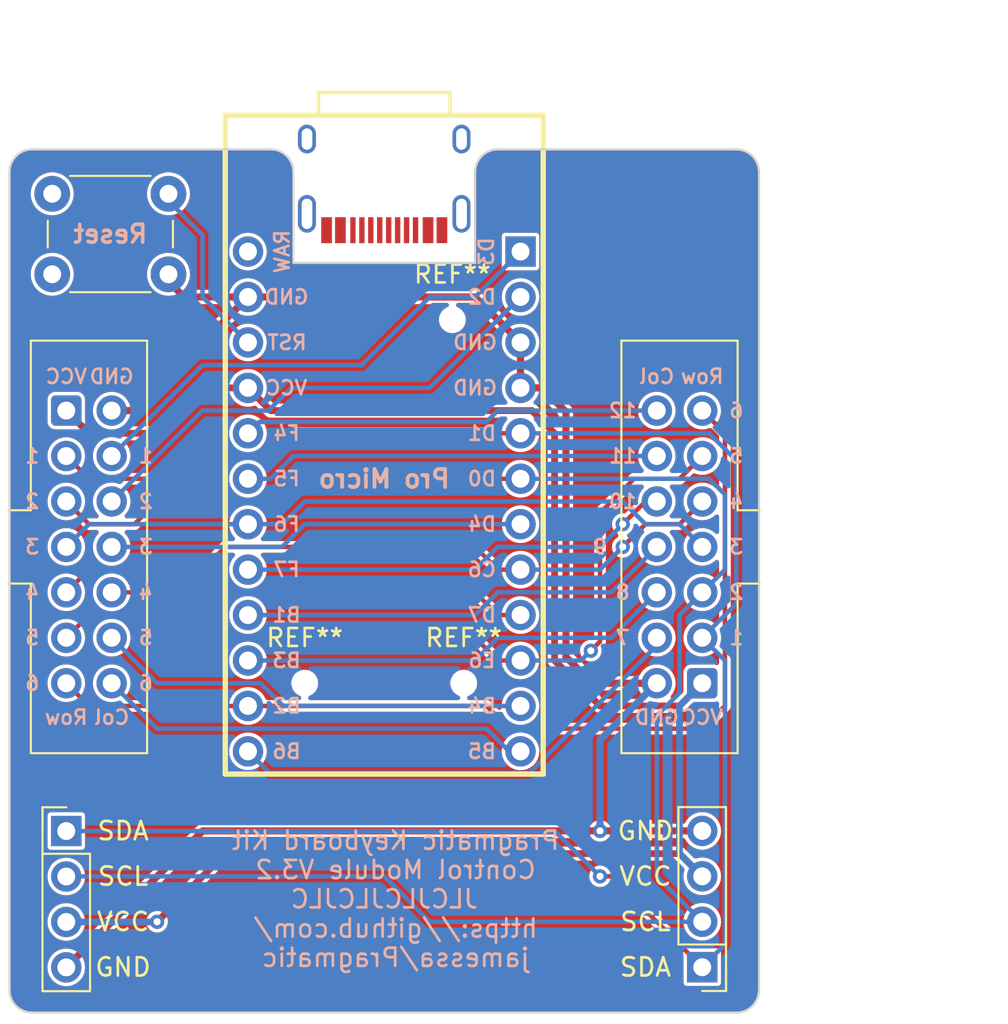
<source format=kicad_pcb>
(kicad_pcb (version 20211014) (generator pcbnew)
  (title_block (title "Pragmatic Kit - Control Module") (date "2022-06-23") (rev "V3.2.2") (company "James Sa") (comment 1 "3.2 Reverse Pro Micro") (comment 2 "3.2.1 fix screen.") (comment 3 "3.2.2 fix Type C footprint."))
  (layers (0 "F.Cu" signal) (31 "B.Cu" signal) (34 "B.Paste" user) (35 "F.Paste" user) (36 "B.SilkS" user "B.Silkscreen") (37 "F.SilkS" user "F.Silkscreen") (38 "B.Mask" user) (39 "F.Mask" user) (44 "Edge.Cuts" user))
  (net 0 "")
  (net 1 "Row1")
  (net 2 "Col1")
  (net 3 "VCC")
  (net 4 "Col9")
  (net 5 "Col8")
  (net 6 "Col7")
  (net 7 "Row3")
  (net 8 "Row5")
  (net 9 "Row6")
  (net 10 "Row4")
  (net 11 "Col6")
  (net 12 "Col5")
  (net 13 "Col4")
  (net 14 "Col3")
  (net 15 "Col2")
  (net 16 "Row2")
  (net 17 "Reset")
  (net 18 "Col12")
  (net 19 "Col11")
  (net 20 "Col10")
  (net 21 "GND")
  (footprint "Connector_IDC:IDC-Header_2x07_P2.54mm_Vertical" (layer "F.Cu") (at 121.92 62.23)
    (fp_text reference "J1")
    (fp_text value "L" hide)
  )
  (footprint "Connector_IDC:IDC-Header_2x07_P2.54mm_Vertical" (layer "F.Cu") (at 157.48 77.47 180)
    (fp_text reference "J2")
    (fp_text value "R" hide)
  )
  (footprint "Button_Switch_THT:SW_PUSH_6mm" (layer "F.Cu") (at 121.135 50.11)
    (fp_text reference "SW1" hide)
    (fp_text value "SW_Push")
  )
  (footprint "keyboards:OSHW-Logo2_7.3x6mm_Copper" (layer "F.Cu") (at 154.94 52.07)
    (fp_text reference "Logo1" hide)
    (fp_text value "OSHW-Logo2_7.3x6mm_Copper" hide)
  )
  (footprint "Keyboard_JSA:JLC Legend" (layer "F.Cu") (at 139.7 89.545)
    (fp_text reference "L1" hide)
    (fp_text value "JLC Legend" hide)
  )
  (footprint "Keyboard_JSA:SSD1306_OLED-0.91-128x32" (layer "F.Cu") (at 121.92 85.735)
    (fp_text reference "J3" hide)
    (fp_text value "OLED")
  )
  (footprint "Keyboard_JSA:peek hole" (layer "F.Cu") (at 144.145 77.47)
    (fp_text reference "REF**")
    (fp_text value "peek hole")
  )
  (footprint "Keyboard_JSA:peek hole" (layer "F.Cu") (at 143.51 57.15)
    (fp_text reference "REF**")
    (fp_text value "peek hole")
  )
  (footprint "Keyboard_Keebio-Parts:HRO-TYPE-C-31-M-12-Assembly" (layer "F.Cu") (at 139.7 44.45 180)
    (fp_text reference "REF**" hide)
    (fp_text value "HRO-TYPE-C-31-M-12-Assembly")
  )
  (footprint "Keyboard_JSA:SSD1306_OLED-0.91-128x32" (layer "F.Cu") (at 157.48 93.345 180)
    (fp_text reference "J4" hide)
    (fp_text value "OLED")
  )
  (footprint "Keyboard_JSA:peek hole" (layer "F.Cu") (at 135.255 77.47)
    (fp_text reference "REF**")
    (fp_text value "peek hole")
  )
  (footprint "Symbol:KiCad-Logo_5mm_Copper" (layer "B.Cu") (at 153.035 53.975 145)
    (fp_text reference "REF**" hide)
    (fp_text value "KiCad-Logo_5mm_Copper" hide)
  )
  (footprint "Keyboard_JSA:ProMicro Type C Reversed" (layer "B.Cu") (at 139.7 66.04 180)
    (fp_text reference "U1" hide)
    (fp_text value "ProMicro" hide)
  )
  (gr_line (start 159.385 95.885) (end 120.015 95.885) (layer "Edge.Cuts") (width 0.12))
  (gr_line (start 118.745 94.615) (end 118.745 48.895) (layer "Edge.Cuts") (width 0.12))
  (gr_arc (start 144.78 48.895) (mid 145.151974 47.996974) (end 146.05 47.625) (layer "Edge.Cuts") (width 0.12))
  (gr_arc (start 159.385 47.625) (mid 160.283026 47.996974) (end 160.655 48.895) (layer "Edge.Cuts") (width 0.12))
  (gr_arc (start 120.015 95.885) (mid 119.116974 95.513026) (end 118.745 94.615) (layer "Edge.Cuts") (width 0.12))
  (gr_line (start 144.78 48.895) (end 144.78 53.975) (layer "Edge.Cuts") (width 0.12))
  (gr_arc (start 160.655 94.615) (mid 160.283026 95.513026) (end 159.385 95.885) (layer "Edge.Cuts") (width 0.12))
  (gr_arc (start 118.745 48.895) (mid 119.116974 47.996974) (end 120.015 47.625) (layer "Edge.Cuts") (width 0.12))
  (gr_line (start 134.62 53.975) (end 134.62 48.895) (layer "Edge.Cuts") (width 0.12))
  (gr_line (start 144.78 53.975) (end 134.62 53.975) (layer "Edge.Cuts") (width 0.12))
  (gr_line (start 146.05 47.625) (end 159.385 47.625) (layer "Edge.Cuts") (width 0.12))
  (gr_line (start 160.655 48.895) (end 160.655 94.615) (layer "Edge.Cuts") (width 0.12))
  (gr_arc (start 133.35 47.625) (mid 134.248026 47.996974) (end 134.62 48.895) (layer "Edge.Cuts") (width 0.12))
  (gr_line (start 133.35 47.625) (end 120.015 47.625) (layer "Edge.Cuts") (width 0.12))
  (gr_text "10" (at 153.035 67.31) (layer "B.SilkS") (effects (font (size 0.8 0.8)) (justify mirror)))
  (gr_text "6" (at 126.365 77.47) (layer "B.SilkS") (effects (font (size 0.8 0.8)) (justify mirror)))
  (gr_text "4" (at 120.015 72.39) (layer "B.SilkS") (effects (font (size 0.8 0.8)) (justify mirror)))
  (gr_text "Col" (at 154.94 60.325) (layer "B.SilkS") (effects (font (size 0.8 0.8)) (justify mirror)))
  (gr_text "1" (at 159.385 74.93) (layer "B.SilkS") (effects (font (size 0.8 0.8)) (justify mirror)))
  (gr_text "3" (at 120.015 69.85) (layer "B.SilkS") (effects (font (size 0.8 0.8)) (justify mirror)))
  (gr_text "GND" (at 124.46 60.325) (layer "B.SilkS") (effects (font (size 0.8 0.8)) (justify mirror)))
  (gr_text "6" (at 159.385 62.23) (layer "B.SilkS") (effects (font (size 0.8 0.8)) (justify mirror)))
  (gr_text "12" (at 153.035 62.23) (layer "B.SilkS") (effects (font (size 0.8 0.8)) (justify mirror)))
  (gr_text "Row" (at 157.48 60.325) (layer "B.SilkS") (effects (font (size 0.8 0.8)) (justify mirror)))
  (gr_text "5" (at 159.385 64.77) (layer "B.SilkS") (effects (font (size 0.8 0.8)) (justify mirror)))
  (gr_text "3" (at 159.385 69.85) (layer "B.SilkS") (effects (font (size 0.8 0.8)) (justify mirror)))
  (gr_text "2" (at 120.015 67.31) (layer "B.SilkS") (effects (font (size 0.8 0.8)) (justify mirror)))
  (gr_text "VCC" (at 121.92 60.325) (layer "B.SilkS") (effects (font (size 0.8 0.8)) (justify mirror)))
  (gr_text "8" (at 153.035 72.39) (layer "B.SilkS") (effects (font (size 0.8 0.8)) (justify mirror)))
  (gr_text "5" (at 120.015 74.93) (layer "B.SilkS") (effects (font (size 0.8 0.8)) (justify mirror)))
  (gr_text "5" (at 126.365 74.93) (layer "B.SilkS") (effects (font (size 0.8 0.8)) (justify mirror)))
  (gr_text "11" (at 153.035 64.77) (layer "B.SilkS") (effects (font (size 0.8 0.8)) (justify mirror)))
  (gr_text "2" (at 126.365 67.31) (layer "B.SilkS") (effects (font (size 0.8 0.8)) (justify mirror)))
  (gr_text "9" (at 151.765 69.85) (layer "B.SilkS") (effects (font (size 0.8 0.8)) (justify mirror)))
  (gr_text "3" (at 126.365 69.85) (layer "B.SilkS") (effects (font (size 0.8 0.8)) (justify mirror)))
  (gr_text "6" (at 120.015 77.47) (layer "B.SilkS") (effects (font (size 0.8 0.8)) (justify mirror)))
  (gr_text "Pragmatic Keyboard Kit\nControl Module V3.2\n\nhttps://github.com/\njamessa/Pragmatic" (at 140.335 89.535) (layer "B.SilkS") (effects (font (size 1.016 1.016) (thickness 0.1524)) (justify mirror)))
  (gr_text "VCC" (at 157.48 79.375) (layer "B.SilkS") (effects (font (size 0.8 0.8)) (justify mirror)))
  (gr_text "1" (at 120.015 64.77) (layer "B.SilkS") (effects (font (size 0.8 0.8)) (justify mirror)))
  (gr_text "2" (at 159.385 72.39) (layer "B.SilkS") (effects (font (size 0.8 0.8)) (justify mirror)))
  (gr_text "1" (at 126.365 64.77) (layer "B.SilkS") (effects (font (size 0.8 0.8)) (justify mirror)))
  (gr_text "4" (at 126.365 72.39) (layer "B.SilkS") (effects (font (size 0.8 0.8)) (justify mirror)))
  (gr_text "4" (at 159.385 67.31) (layer "B.SilkS") (effects (font (size 0.8 0.8)) (justify mirror)))
  (gr_text "Col" (at 124.46 79.375) (layer "B.SilkS") (effects (font (size 0.8 0.8)) (justify mirror)))
  (gr_text "GND" (at 154.94 79.375) (layer "B.SilkS") (effects (font (size 0.8 0.8)) (justify mirror)))
  (gr_text "7" (at 153.035 74.93) (layer "B.SilkS") (effects (font (size 0.8 0.8)) (justify mirror)))
  (gr_text "Row" (at 121.92 79.375) (layer "B.SilkS") (effects (font (size 0.8 0.8)) (justify mirror)))
  (gr_text "GND" (at 154.305 85.725) (layer "F.SilkS") (effects (font (size 1.016 1.016) (thickness 0.1524))))
  (gr_text "SDA" (at 125.095 85.725) (layer "F.SilkS") (effects (font (size 1.016 1.016) (thickness 0.1524))))
  (gr_text "VCC" (at 125.095 90.805) (layer "F.SilkS") (effects (font (size 1.016 1.016) (thickness 0.1524))))
  (gr_text "SCL" (at 125.095 88.265) (layer "F.SilkS") (effects (font (size 1.016 1.016) (thickness 0.1524))))
  (gr_text "SCL" (at 154.305 90.805) (layer "F.SilkS") (effects (font (size 1.016 1.016) (thickness 0.1524))))
  (gr_text "VCC" (at 154.305 88.265) (layer "F.SilkS") (effects (font (size 1.016 1.016) (thickness 0.1524))))
  (gr_text "GND" (at 125.095 93.345) (layer "F.SilkS") (effects (font (size 1.016 1.016) (thickness 0.1524))))
  (gr_text "SDA" (at 154.305 93.345) (layer "F.SilkS") (effects (font (size 1.016 1.016) (thickness 0.1524))))
  (segment (start 152.4 88.265) (end 151.765 88.265) (width 0.25) (layer "F.Cu") (net 1))
  (segment (start 123.19 66.04) (end 121.92 64.77) (width 0.25) (layer "F.Cu") (net 1))
  (segment (start 133.35 64.77) (end 128.27 64.77) (width 0.25) (layer "F.Cu") (net 1))
  (segment (start 128.27 64.77) (end 127 66.04) (width 0.25) (layer "F.Cu") (net 1))
  (segment (start 147.32 63.5) (end 134.62 63.5) (width 0.25) (layer "F.Cu") (net 1))
  (segment (start 157.48 93.345) (end 152.4 88.265) (width 0.25) (layer "F.Cu") (net 1))
  (segment (start 127 66.04) (end 123.19 66.04) (width 0.25) (layer "F.Cu") (net 1))
  (segment (start 134.62 63.5) (end 133.35 64.77) (width 0.25) (layer "F.Cu") (net 1))
  (via (at 151.765 88.265) (size 0.8) (drill 0.4) (layers "F.Cu" "B.Cu") (net 1))
  (segment (start 147.32 63.5) (end 157.87101 63.5) (width 0.25) (layer "B.Cu") (net 1))
  (segment (start 158.75 76.2) (end 158.75 92.075) (width 0.25) (layer "B.Cu") (net 1))
  (segment (start 158.75 92.075) (end 157.48 93.345) (width 0.25) (layer "B.Cu") (net 1))
  (segment (start 159.385 73.025) (end 157.48 74.93) (width 0.25) (layer "B.Cu") (net 1))
  (segment (start 121.92 85.735) (end 149.235 85.735) (width 0.25) (layer "B.Cu") (net 1))
  (segment (start 157.87101 63.5) (end 159.385 65.01399) (width 0.25) (layer "B.Cu") (net 1))
  (segment (start 157.48 74.93) (end 158.75 76.2) (width 0.25) (layer "B.Cu") (net 1))
  (segment (start 149.235 85.735) (end 151.765 88.265) (width 0.25) (layer "B.Cu") (net 1))
  (segment (start 159.385 65.01399) (end 159.385 73.025) (width 0.25) (layer "B.Cu") (net 1))
  (segment (start 144.78 55.88) (end 142.24 55.88) (width 0.25) (layer "B.Cu") (net 2))
  (segment (start 147.32 53.34) (end 144.78 55.88) (width 0.25) (layer "B.Cu") (net 2))
  (segment (start 138.43 59.69) (end 129.54 59.69) (width 0.25) (layer "B.Cu") (net 2))
  (segment (start 129.54 59.69) (end 124.46 64.77) (width 0.25) (layer "B.Cu") (net 2))
  (segment (start 142.24 55.88) (end 138.43 59.69) (width 0.25) (layer "B.Cu") (net 2))
  (segment (start 123.19 63.5) (end 127 63.5) (width 0.381) (layer "F.Cu") (net 3))
  (segment (start 151.765 78.74) (end 156.21 78.74) (width 0.381) (layer "F.Cu") (net 3))
  (segment (start 149.225 76.2) (end 151.765 78.74) (width 0.381) (layer "F.Cu") (net 3))
  (segment (start 133.35 62.23) (end 147.955 62.23) (width 0.381) (layer "F.Cu") (net 3))
  (segment (start 157.48 88.265) (end 156.21 86.995) (width 0.381) (layer "F.Cu") (net 3))
  (segment (start 130.81 86.995) (end 127 90.805) (width 0.381) (layer "F.Cu") (net 3))
  (segment (start 132.08 60.96) (end 133.35 62.23) (width 0.381) (layer "F.Cu") (net 3))
  (segment (start 129.54 60.96) (end 132.08 60.96) (width 0.381) (layer "F.Cu") (net 3))
  (segment (start 127 63.5) (end 129.54 60.96) (width 0.381) (layer "F.Cu") (net 3))
  (segment (start 156.21 78.74) (end 157.48 77.47) (width 0.381) (layer "F.Cu") (net 3))
  (segment (start 149.225 63.5) (end 149.225 76.2) (width 0.381) (layer "F.Cu") (net 3))
  (segment (start 121.92 62.23) (end 123.19 63.5) (width 0.381) (layer "F.Cu") (net 3))
  (segment (start 147.955 62.23) (end 149.225 63.5) (width 0.381) (layer "F.Cu") (net 3))
  (segment (start 156.21 86.995) (end 130.81 86.995) (width 0.381) (layer "F.Cu") (net 3))
  (via (at 127 90.805) (size 0.8) (drill 0.4) (layers "F.Cu" "B.Cu") (net 3))
  (segment (start 121.92 90.815) (end 126.99 90.815) (width 0.381) (layer "B.Cu") (net 3))
  (segment (start 126.99 90.815) (end 127 90.805) (width 0.381) (layer "B.Cu") (net 3))
  (segment (start 157.48 77.47) (end 156.21 78.74) (width 0.381) (layer "B.Cu") (net 3))
  (segment (start 156.21 86.995) (end 157.48 88.265) (width 0.381) (layer "B.Cu") (net 3))
  (segment (start 156.21 78.74) (end 156.21 86.995) (width 0.381) (layer "B.Cu") (net 3))
  (segment (start 144.78 73.66) (end 132.08 73.66) (width 0.25) (layer "B.Cu") (net 4))
  (segment (start 146.05 72.39) (end 144.78 73.66) (width 0.25) (layer "B.Cu") (net 4))
  (segment (start 152.4 72.39) (end 146.05 72.39) (width 0.25) (layer "B.Cu") (net 4))
  (segment (start 154.94 69.85) (end 152.4 72.39) (width 0.25) (layer "B.Cu") (net 4))
  (segment (start 132.08 76.2) (end 144.78 76.2) (width 0.25) (layer "B.Cu") (net 5))
  (segment (start 144.78 76.2) (end 146.05 74.93) (width 0.25) (layer "B.Cu") (net 5))
  (segment (start 152.4 74.93) (end 154.94 72.39) (width 0.25) (layer "B.Cu") (net 5))
  (segment (start 146.05 74.93) (end 152.4 74.93) (width 0.25) (layer "B.Cu") (net 5))
  (segment (start 133.280811 82.480811) (end 147.817393 82.480811) (width 0.25) (layer "B.Cu") (net 6))
  (segment (start 154.94 75.358204) (end 154.94 74.93) (width 0.25) (layer "B.Cu") (net 6))
  (segment (start 132.08 81.28) (end 133.280811 82.480811) (width 0.25) (layer "B.Cu") (net 6))
  (segment (start 147.817393 82.480811) (end 154.94 75.358204) (width 0.25) (layer "B.Cu") (net 6))
  (segment (start 132.08 68.58) (end 123.19 68.58) (width 0.25) (layer "B.Cu") (net 7))
  (segment (start 156.21 68.58) (end 157.48 69.85) (width 0.25) (layer "B.Cu") (net 7))
  (segment (start 154.305 68.58) (end 156.21 68.58) (width 0.25) (layer "B.Cu") (net 7))
  (segment (start 133.985 68.58) (end 135.255 67.31) (width 0.25) (layer "B.Cu") (net 7))
  (segment (start 123.19 68.58) (end 121.92 69.85) (width 0.25) (layer "B.Cu") (net 7))
  (segment (start 153.035 67.31) (end 154.305 68.58) (width 0.25) (layer "B.Cu") (net 7))
  (segment (start 132.08 68.58) (end 133.985 68.58) (width 0.25) (layer "B.Cu") (net 7))
  (segment (start 135.255 67.31) (end 153.035 67.31) (width 0.25) (layer "B.Cu") (net 7))
  (segment (start 153.67 66.04) (end 151.765 67.945) (width 0.25) (layer "F.Cu") (net 8))
  (segment (start 146.05 76.2) (end 144.78 74.93) (width 0.25) (layer "F.Cu") (net 8))
  (segment (start 125.827753 73.66) (end 123.19 73.66) (width 0.25) (layer "F.Cu") (net 8))
  (segment (start 157.48 64.77) (end 156.21 66.04) (width 0.25) (layer "F.Cu") (net 8))
  (segment (start 151.765 67.945) (end 151.765 75.139011) (width 0.25) (layer "F.Cu") (net 8))
  (segment (start 147.32 76.2) (end 146.05 76.2) (width 0.25) (layer "F.Cu") (net 8))
  (segment (start 156.21 66.04) (end 153.67 66.04) (width 0.25) (layer "F.Cu") (net 8))
  (segment (start 151.765 75.139011) (end 151.249511 75.6545) (width 0.25) (layer "F.Cu") (net 8))
  (segment (start 127.097753 74.93) (end 125.827753 73.66) (width 0.25) (layer "F.Cu") (net 8))
  (segment (start 123.19 73.66) (end 121.92 74.93) (width 0.25) (layer "F.Cu") (net 8))
  (segment (start 144.78 74.93) (end 127.097753 74.93) (width 0.25) (layer "F.Cu") (net 8))
  (via (at 151.249511 75.6545) (size 0.8) (drill 0.4) (layers "F.Cu" "B.Cu") (net 8))
  (segment (start 147.32 76.2) (end 150.704011 76.2) (width 0.25) (layer "B.Cu") (net 8))
  (segment (start 150.704011 76.2) (end 151.249511 75.6545) (width 0.25) (layer "B.Cu") (net 8))
  (segment (start 157.48 80.01) (end 158.75 78.74) (width 0.25) (layer "F.Cu") (net 9))
  (segment (start 132.08 78.74) (end 145.415 78.74) (width 0.25) (layer "F.Cu") (net 9))
  (segment (start 146.685 80.01) (end 157.48 80.01) (width 0.25) (layer "F.Cu") (net 9))
  (segment (start 145.415 78.74) (end 146.685 80.01) (width 0.25) (layer "F.Cu") (net 9))
  (segment (start 158.75 78.74) (end 158.75 63.5) (width 0.25) (layer "F.Cu") (net 9))
  (segment (start 132.08 78.74) (end 123.19 78.74) (width 0.25) (layer "F.Cu") (net 9))
  (segment (start 158.75 63.5) (end 157.48 62.23) (width 0.25) (layer "F.Cu") (net 9))
  (segment (start 123.19 78.74) (end 121.92 77.47) (width 0.25) (layer "F.Cu") (net 9))
  (segment (start 156.21 68.58) (end 154.305 68.58) (width 0.25) (layer "F.Cu") (net 10))
  (segment (start 146.05 71.12) (end 144.78 69.85) (width 0.25) (layer "F.Cu") (net 10))
  (segment (start 154.305 68.58) (end 153.035 69.85) (width 0.25) (layer "F.Cu") (net 10))
  (segment (start 123.19 71.12) (end 121.92 72.39) (width 0.25) (layer "F.Cu") (net 10))
  (segment (start 144.78 69.85) (end 130.81 69.85) (width 0.25) (layer "F.Cu") (net 10))
  (segment (start 129.54 71.12) (end 123.19 71.12) (width 0.25) (layer "F.Cu") (net 10))
  (segment (start 130.81 69.85) (end 129.54 71.12) (width 0.25) (layer "F.Cu") (net 10))
  (segment (start 147.32 71.12) (end 146.05 71.12) (width 0.25) (layer "F.Cu") (net 10))
  (segment (start 157.48 67.31) (end 156.21 68.58) (width 0.25) (layer "F.Cu") (net 10))
  (via (at 153.035 69.85) (size 0.8) (drill 0.4) (layers "F.Cu" "B.Cu") (net 10))
  (segment (start 151.765 71.12) (end 153.035 69.85) (width 0.25) (layer "B.Cu") (net 10))
  (segment (start 147.32 71.12) (end 151.765 71.12) (width 0.25) (layer "B.Cu") (net 10))
  (segment (start 146.685 81.28) (end 145.415 80.01) (width 0.25) (layer "B.Cu") (net 11))
  (segment (start 145.415 80.01) (end 127 80.01) (width 0.25) (layer "B.Cu") (net 11))
  (segment (start 147.32 81.28) (end 146.685 81.28) (width 0.25) (layer "B.Cu") (net 11))
  (segment (start 127 80.01) (end 124.46 77.47) (width 0.25) (layer "B.Cu") (net 11))
  (segment (start 127 77.47) (end 124.46 74.93) (width 0.25) (layer "B.Cu") (net 12))
  (segment (start 147.32 78.74) (end 134.050124 78.74) (width 0.25) (layer "B.Cu") (net 12))
  (segment (start 132.780124 77.47) (end 127 77.47) (width 0.25) (layer "B.Cu") (net 12))
  (segment (start 134.050124 78.74) (end 132.780124 77.47) (width 0.25) (layer "B.Cu") (net 12))
  (segment (start 147.32 73.66) (end 146.05 73.66) (width 0.25) (layer "F.Cu") (net 13))
  (segment (start 144.78 72.39) (end 124.46 72.39) (width 0.25) (layer "F.Cu") (net 13))
  (segment (start 146.05 73.66) (end 144.78 72.39) (width 0.25) (layer "F.Cu") (net 13))
  (segment (start 147.32 68.58) (end 135.255 68.58) (width 0.25) (layer "B.Cu") (net 14))
  (segment (start 135.255 68.58) (end 133.985 69.85) (width 0.25) (layer "B.Cu") (net 14))
  (segment (start 133.985 69.85) (end 124.46 69.85) (width 0.25) (layer "B.Cu") (net 14))
  (segment (start 142.24 60.96) (end 134.498005 60.96) (width 0.25) (layer "B.Cu") (net 15))
  (segment (start 147.32 55.88) (end 142.24 60.96) (width 0.25) (layer "B.Cu") (net 15))
  (segment (start 133.228005 62.23) (end 129.54 62.23) (width 0.25) (layer "B.Cu") (net 15))
  (segment (start 129.54 62.23) (end 124.46 67.31) (width 0.25) (layer "B.Cu") (net 15))
  (segment (start 134.498005 60.96) (end 133.228005 62.23) (width 0.25) (layer "B.Cu") (net 15))
  (segment (start 125.73 68.58) (end 127 67.31) (width 0.25) (layer "F.Cu") (net 16))
  (segment (start 127 67.31) (end 133.985 67.31) (width 0.25) (layer "F.Cu") (net 16))
  (segment (start 135.255 66.04) (end 147.32 66.04) (width 0.25) (layer "F.Cu") (net 16))
  (segment (start 133.985 67.31) (end 135.255 66.04) (width 0.25) (layer "F.Cu") (net 16))
  (segment (start 121.92 67.31) (end 123.19 68.58) (width 0.25) (layer "F.Cu") (net 16))
  (segment (start 123.19 68.58) (end 125.73 68.58) (width 0.25) (layer "F.Cu") (net 16))
  (segment (start 147.32 66.04) (end 157.87101 66.04) (width 0.25) (layer "B.Cu") (net 16))
  (segment (start 142.24 90.805) (end 157.48 90.805) (width 0.25) (layer "B.Cu") (net 16))
  (segment (start 158.75 66.91899) (end 158.75 71.12) (width 0.25) (layer "B.Cu") (net 16))
  (segment (start 157.48 72.39) (end 156.21 73.66) (width 0.25) (layer "B.Cu") (net 16))
  (segment (start 139.7 88.265) (end 142.24 90.805) (width 0.25) (layer "B.Cu") (net 16))
  (segment (start 158.75 71.12) (end 157.48 72.39) (width 0.25) (layer "B.Cu") (net 16))
  (segment (start 156.21 78.011664) (end 154.94 79.281664) (width 0.25) (layer "B.Cu") (net 16))
  (segment (start 156.21 73.66) (end 156.21 78.011664) (width 0.25) (layer "B.Cu") (net 16))
  (segment (start 154.94 79.281664) (end 154.94 88.265) (width 0.25) (layer "B.Cu") (net 16))
  (segment (start 157.87101 66.04) (end 158.75 66.91899) (width 0.25) (layer "B.Cu") (net 16))
  (segment (start 121.92 88.275) (end 121.93 88.265) (width 0.25) (layer "B.Cu") (net 16))
  (segment (start 121.93 88.265) (end 139.7 88.265) (width 0.25) (layer "B.Cu") (net 16))
  (segment (start 154.94 88.265) (end 157.48 90.805) (width 0.25) (layer "B.Cu") (net 16))
  (segment (start 132.08 58.42) (end 129.54 55.88) (width 0.25) (layer "B.Cu") (net 17))
  (segment (start 129.54 55.88) (end 129.54 52.412) (width 0.25) (layer "B.Cu") (net 17))
  (segment (start 129.54 52.412) (end 127.3798 50.2518) (width 0.25) (layer "B.Cu") (net 17))
  (segment (start 132.715 62.865) (end 145.415 62.865) (width 0.25) (layer "B.Cu") (net 18))
  (segment (start 146.05 62.23) (end 154.94 62.23) (width 0.25) (layer "B.Cu") (net 18))
  (segment (start 145.415 62.865) (end 146.05 62.23) (width 0.25) (layer "B.Cu") (net 18))
  (segment (start 132.08 63.5) (end 132.715 62.865) (width 0.25) (layer "B.Cu") (net 18))
  (segment (start 133.35 66.04) (end 134.62 64.77) (width 0.25) (layer "B.Cu") (net 19))
  (segment (start 132.08 66.04) (end 133.35 66.04) (width 0.25) (layer "B.Cu") (net 19))
  (segment (start 134.62 64.77) (end 154.94 64.77) (width 0.25) (layer "B.Cu") (net 19))
  (segment (start 154.94 67.31) (end 154.305 67.31) (width 0.25) (layer "F.Cu") (net 20))
  (segment (start 154.305 67.31) (end 153.035 68.58) (width 0.25) (layer "F.Cu") (net 20))
  (via (at 153.035 68.58) (size 0.8) (drill 0.4) (layers "F.Cu" "B.Cu") (net 20))
  (segment (start 146.05 69.85) (end 151.765 69.85) (width 0.25) (layer "B.Cu") (net 20))
  (segment (start 132.08 71.12) (end 144.78 71.12) (width 0.25) (layer "B.Cu") (net 20))
  (segment (start 144.78 71.12) (end 146.05 69.85) (width 0.25) (layer "B.Cu") (net 20))
  (segment (start 151.765 69.85) (end 153.035 68.58) (width 0.25) (layer "B.Cu") (net 20))
  (segment (start 147.32 60.96) (end 148.522081 60.96) (width 0.4) (layer "F.Cu") (net 21))
  (segment (start 128.508 55.88) (end 132.08 55.88) (width 0.4) (layer "F.Cu") (net 21))
  (segment (start 148.522081 60.96) (end 149.86 62.297919) (width 0.4) (layer "F.Cu") (net 21))
  (segment (start 127.3798 54.7518) (end 128.508 55.88) (width 0.4) (layer "F.Cu") (net 21))
  (segment (start 147.32 58.42) (end 147.32 60.96) (width 0.4) (layer "F.Cu") (net 21))
  (segment (start 149.86 76.000598) (end 151.329402 77.47) (width 0.4) (layer "F.Cu") (net 21))
  (segment (start 121.92 93.355) (end 129.55 85.725) (width 0.4) (layer "F.Cu") (net 21))
  (segment (start 132.08 55.88) (end 144.78 55.88) (width 0.4) (layer "F.Cu") (net 21))
  (segment (start 129.55 85.725) (end 151.765 85.725) (width 0.4) (layer "F.Cu") (net 21))
  (segment (start 144.78 55.88) (end 147.32 58.42) (width 0.4) (layer "F.Cu") (net 21))
  (segment (start 157.48 85.725) (end 151.765 85.725) (width 0.4) (layer "F.Cu") (net 21))
  (segment (start 124.46 62.23) (end 125.73 62.23) (width 0.4) (layer "F.Cu") (net 21))
  (segment (start 149.86 62.297919) (end 149.86 76.000598) (width 0.4) (layer "F.Cu") (net 21))
  (segment (start 125.73 62.23) (end 132.08 55.88) (width 0.4) (layer "F.Cu") (net 21))
  (segment (start 151.329402 77.47) (end 154.94 77.47) (width 0.4) (layer "F.Cu") (net 21))
  (via (at 151.765 85.725) (size 0.8) (drill 0.4) (layers "F.Cu" "B.Cu") (net 21))
  (segment (start 154.94 77.47) (end 151.765 80.645) (width 0.4) (layer "B.Cu") (net 21))
  (segment (start 151.765 80.645) (end 151.765 85.725) (width 0.4) (layer "B.Cu") (net 21))
  (zone (net 0) (net_name "") (layers F&B.Cu) (connect_pads (clearance 0)) (min_thickness 0.254) (fill yes (thermal_gap 0.508) (thermal_bridge_width 0.508))
    (polygon (pts (xy 160.655 95.885) (xy 118.745 95.885) (xy 118.745 41.275) (xy 160.655 41.275)))
  )
)
</source>
